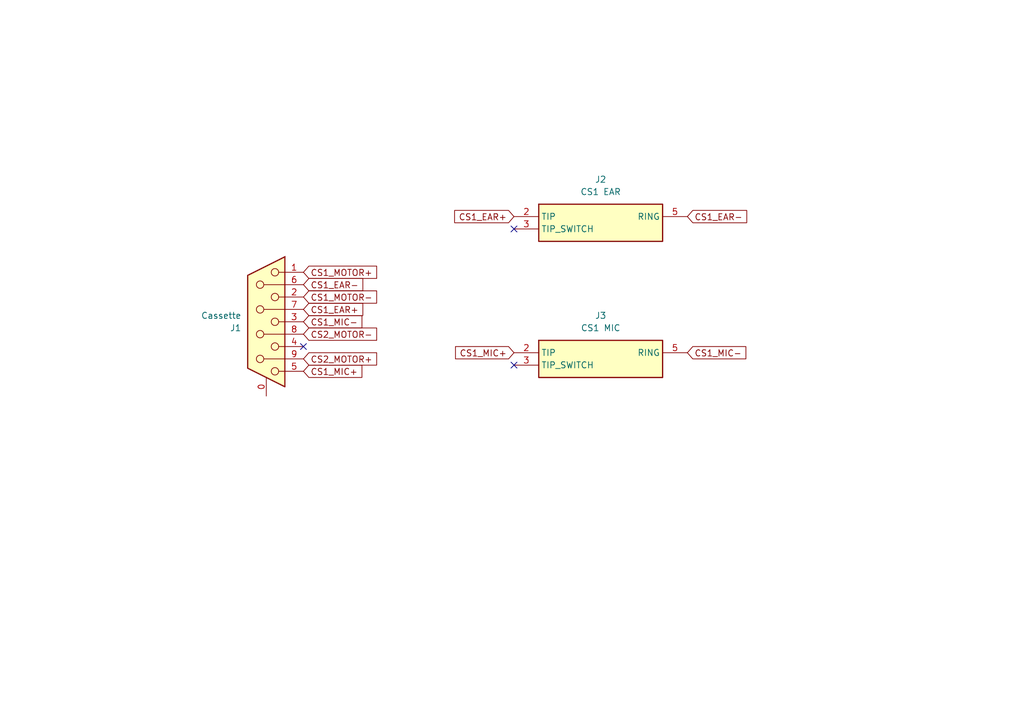
<source format=kicad_sch>
(kicad_sch (version 20250114) (generator "eeschema") (generator_version "9.0")
  (paper "A5")
  (title_block (title "TI 99/4A Cassette Adaptor (Design #2)") (date "19/NOV/2025") (rev "B") (company "Brett Hallen") (comment 1 "www.youtube.com/@Brfff"))
  (lib_symbols
    (symbol "Clueless_Engineer:SJ3-350820B-TR"
      (property "Reference" "J" (at 31.75 7.62 0))
      (property "Value" "SJ3-350820B-TR" (at 31.75 5.08 0))
      (symbol "SJ3-350820B-TR_1_1"
        (rectangle (start 5.08 2.54) (end 30.48 -5.08) (stroke (width 0.254)) (fill (type background)))
        (pin passive line (at 0 0 0) (length 5.08) (name "TIP") (number "2"))
        (pin passive line (at 0 -2.54 0) (length 5.08) (name "TIP_SWITCH") (number "3"))
        (pin passive line (at 35.56 0 180) (length 5.08) (name "RING") (number "5"))
      )
    )
    (symbol "Connector:DE9_Socket_MountingHoles" (pin_names (offset 1.016) (hide yes))
      (property "Reference" "J" (at 0 16.51 0))
      (property "Value" "DE9_Socket_MountingHoles" (at 0 14.605 0))
      (symbol "DE9_Socket_MountingHoles_0_1"
        (polyline (pts (xy -3.81 13.335) (xy -3.81 -13.335) (xy 3.81 -9.525) (xy 3.81 9.525) (xy -3.81 13.335)) (stroke (width 0.254)) (fill (type background)))
        (polyline (pts (xy -3.81 10.16) (xy -2.54 10.16)))
        (polyline (pts (xy -3.81 7.62) (xy 0.508 7.62)))
        (polyline (pts (xy -3.81 5.08) (xy -2.54 5.08)))
        (polyline (pts (xy -3.81 2.54) (xy 0.508 2.54)))
        (polyline (pts (xy -3.81 0) (xy -2.54 0)))
        (polyline (pts (xy -3.81 -2.54) (xy 0.508 -2.54)))
        (polyline (pts (xy -3.81 -5.08) (xy -2.54 -5.08)))
        (polyline (pts (xy -3.81 -7.62) (xy 0.508 -7.62)))
        (polyline (pts (xy -3.81 -10.16) (xy -2.54 -10.16)))
        (circle (center -1.778 10.16) (radius 0.762))
        (circle (center -1.778 5.08) (radius 0.762))
        (circle (center -1.778 0) (radius 0.762))
        (circle (center -1.778 -5.08) (radius 0.762))
        (circle (center -1.778 -10.16) (radius 0.762))
        (circle (center 1.27 7.62) (radius 0.762))
        (circle (center 1.27 2.54) (radius 0.762))
        (circle (center 1.27 -2.54) (radius 0.762))
        (circle (center 1.27 -7.62) (radius 0.762))
      )
      (symbol "DE9_Socket_MountingHoles_1_1"
        (pin passive line (at -7.62 10.16 0) (length 3.81) (name "1") (number "1"))
        (pin passive line (at -7.62 7.62 0) (length 3.81) (name "6") (number "6"))
        (pin passive line (at -7.62 5.08 0) (length 3.81) (name "2") (number "2"))
        (pin passive line (at -7.62 2.54 0) (length 3.81) (name "7") (number "7"))
        (pin passive line (at -7.62 0 0) (length 3.81) (name "3") (number "3"))
        (pin passive line (at -7.62 -2.54 0) (length 3.81) (name "8") (number "8"))
        (pin passive line (at -7.62 -5.08 0) (length 3.81) (name "4") (number "4"))
        (pin passive line (at -7.62 -7.62 0) (length 3.81) (name "9") (number "9"))
        (pin passive line (at -7.62 -10.16 0) (length 3.81) (name "5") (number "5"))
        (pin passive line (at 0 -15.24 90) (length 3.81) (name "PAD") (number "0"))
      )
    )
  )
  (no_connect (at 105.41 46.99))
  (no_connect (at 62.23 71.12))
  (no_connect (at 105.41 74.93))
  (global_label "CS1_MOTOR+" (shape input) (at 62.23 55.88 0) (property "Intersheetrefs" "${INTERSHEET_REFS}" (effects (hide yes))))
  (global_label "CS1_MIC+" (shape input) (at 105.41 72.39 180) (property "Intersheetrefs" "${INTERSHEET_REFS}" (effects (hide yes))))
  (global_label "CS1_EAR+" (shape input) (at 105.41 44.45 180) (property "Intersheetrefs" "${INTERSHEET_REFS}" (effects (hide yes))))
  (global_label "CS1_MIC+" (shape input) (at 62.23 76.2 0) (property "Intersheetrefs" "${INTERSHEET_REFS}" (effects (hide yes))))
  (global_label "CS1_EAR-" (shape input) (at 140.97 44.45 0) (property "Intersheetrefs" "${INTERSHEET_REFS}" (effects (hide yes))))
  (global_label "CS1_MIC-" (shape input) (at 62.23 66.04 0) (property "Intersheetrefs" "${INTERSHEET_REFS}" (effects (hide yes))))
  (global_label "CS1_EAR+" (shape input) (at 62.23 63.5 0) (property "Intersheetrefs" "${INTERSHEET_REFS}" (effects (hide yes))))
  (global_label "CS2_MOTOR+" (shape input) (at 62.23 73.66 0) (property "Intersheetrefs" "${INTERSHEET_REFS}" (effects (hide yes))))
  (global_label "CS1_EAR-" (shape input) (at 62.23 58.42 0) (property "Intersheetrefs" "${INTERSHEET_REFS}" (effects (hide yes))))
  (global_label "CS1_MOTOR-" (shape input) (at 62.23 60.96 0) (property "Intersheetrefs" "${INTERSHEET_REFS}" (effects (hide yes))))
  (global_label "CS1_MIC-" (shape input) (at 140.97 72.39 0) (property "Intersheetrefs" "${INTERSHEET_REFS}" (effects (hide yes))))
  (global_label "CS2_MOTOR-" (shape input) (at 62.23 68.58 0) (property "Intersheetrefs" "${INTERSHEET_REFS}" (effects (hide yes))))
  (symbol (lib_id "Connector:DE9_Socket_MountingHoles") (at 54.61 66.04 0) (mirror y) (unit 1)
    (property "Reference" "J1" (at 49.53 67.3101 0) (effects (justify left)))
    (property "Value" "Cassette" (at 49.53 64.7701 0) (effects (justify left)))
    (property "Footprint" "Connector_Dsub:DSUB-9_Pins_EdgeMount_P2.77mm" (effects (hide yes)))
    (property "Description" "9-pin D-SUB connector, socket (female), Mounting Hole" (effects (hide yes)))
  )
  (symbol (lib_id "Clueless_Engineer:SJ3-350820B-TR") (at 105.41 72.39 0) (unit 1)
    (property "Reference" "J3" (at 123.19 64.77 0))
    (property "Value" "CS1 MIC" (at 123.19 67.31 0))
    (property "Footprint" "Clueless_Engineer:SJ3350820BTR" (effects (hide yes)))
    (property "Datasheet" "https://www.sameskydevices.com/product/resource/supplyframepdf/sj3-3508x.pdf" (effects (hide yes)))
    (property "Description" "3.5 mm Stereo Jack, Through Hole, 2 Conductors, 1 Internal Switches,  Tape & Reel Packaging" (effects (hide yes)))
    (property "Height" "5.3" (effects (hide yes)))
    (property "Mouser Part Number" "179-SJ3-350820B-TR" (effects (hide yes)))
    (property "Mouser Price/Stock" "https://www.mouser.co.uk/ProductDetail/Same-Sky/SJ3-350820B-TR?qs=IKkN%2F947nfBCsohFK16iQg%3D%3D" (effects (hide yes)))
    (property "Manufacturer_Name" "Same Sky" (effects (hide yes)))
    (property "Manufacturer_Part_Number" "SJ3-350820B-TR" (effects (hide yes)))
  )
  (symbol (lib_id "Clueless_Engineer:SJ3-350820B-TR") (at 105.41 44.45 0) (unit 1)
    (property "Reference" "J2" (at 123.19 36.83 0))
    (property "Value" "CS1 EAR" (at 123.19 39.37 0))
    (property "Footprint" "Clueless_Engineer:SJ3350820BTR" (effects (hide yes)))
    (property "Datasheet" "https://www.sameskydevices.com/product/resource/supplyframepdf/sj3-3508x.pdf" (effects (hide yes)))
    (property "Description" "3.5 mm Stereo Jack, Through Hole, 2 Conductors, 1 Internal Switches,  Tape & Reel Packaging" (effects (hide yes)))
    (property "Height" "5.3" (effects (hide yes)))
    (property "Mouser Part Number" "179-SJ3-350820B-TR" (effects (hide yes)))
    (property "Mouser Price/Stock" "https://www.mouser.co.uk/ProductDetail/Same-Sky/SJ3-350820B-TR?qs=IKkN%2F947nfBCsohFK16iQg%3D%3D" (effects (hide yes)))
    (property "Manufacturer_Name" "Same Sky" (effects (hide yes)))
    (property "Manufacturer_Part_Number" "SJ3-350820B-TR" (effects (hide yes)))
  )
)
</source>
